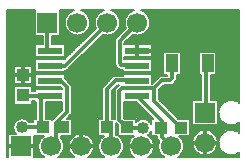
<source format=gtl>
G04 DipTrace 2.4.0.2*
%INSquishyDuino.gtl*%
%MOIN*%
%ADD13C,0.013*%
%ADD14C,0.0061*%
%ADD15R,0.0394X0.0433*%
%ADD16R,0.0669X0.0669*%
%ADD17C,0.0669*%
%ADD18R,0.0433X0.0394*%
%ADD20R,0.0394X0.0591*%
%ADD21R,0.0787X0.0236*%
%ADD22C,0.04*%
%FSLAX44Y44*%
G04*
G70*
G90*
G75*
G01*
%LNTop*%
%LPD*%
X4661Y6188D2*
D13*
Y6169D1*
X5560D1*
X9628Y7246D2*
Y6746D1*
X9566Y6683D1*
X9300D1*
X9036Y6419D1*
Y5982D1*
X9911Y5107D1*
X9036Y6419D2*
X7973D1*
X7871Y6317D1*
Y5377D1*
X8128Y5121D1*
Y5107D1*
X8661D1*
X4628Y5121D2*
Y5044D1*
Y5121D2*
X5315D1*
X5253D1*
Y6169D1*
X5560D1*
X8473Y8607D2*
Y8591D1*
X7878Y7996D1*
Y7246D1*
X7940Y7183D1*
X8460D1*
X8473Y7169D1*
X7473Y8607D2*
X7489D1*
X6051Y7169D1*
X5560D1*
X5473Y8607D2*
Y7756D1*
X5560Y7669D1*
X5598Y4482D2*
X5753D1*
Y5044D1*
Y5263D1*
X6128Y5638D1*
Y6456D1*
X5915Y6669D1*
X5560D1*
X5753Y5044D2*
X5829Y5121D1*
X5985D1*
X7598Y4482D2*
Y5231D1*
X7487Y5121D1*
X7459D1*
Y6389D1*
X7753Y6683D1*
X8487D1*
X8473Y6669D1*
X9598Y4482D2*
X9286Y4794D1*
Y5089D1*
Y5338D1*
X8454Y6169D1*
X8473D1*
X9286Y5089D2*
X9268Y5107D1*
X9242D1*
X10724Y5609D2*
X10753D1*
Y7190D1*
X10809Y7246D1*
D22*
X8661Y5107D3*
X4628Y5121D3*
D3*
X10941Y8308D3*
Y8808D3*
X9566D3*
Y8308D3*
X11503D3*
Y8808D3*
X11661Y6919D3*
X9065Y8808D3*
Y8308D3*
X4125Y8956D2*
D14*
X5038D1*
X5909D2*
X6217D1*
X6729D2*
X7217D1*
X7729D2*
X8217D1*
X8729D2*
X11867D1*
X4125Y8896D2*
X5038D1*
X5909D2*
X6150D1*
X6796D2*
X7150D1*
X7796D2*
X8150D1*
X8797D2*
X11867D1*
X4125Y8835D2*
X5038D1*
X5909D2*
X6104D1*
X6842D2*
X7104D1*
X7842D2*
X8104D1*
X8842D2*
X11867D1*
X4125Y8775D2*
X5038D1*
X5909D2*
X6072D1*
X6874D2*
X7072D1*
X7874D2*
X8072D1*
X8874D2*
X11867D1*
X4125Y8715D2*
X5038D1*
X5909D2*
X6052D1*
X6894D2*
X7052D1*
X7894D2*
X8052D1*
X8894D2*
X11867D1*
X4125Y8655D2*
X5038D1*
X5909D2*
X6040D1*
X6906D2*
X7040D1*
X7906D2*
X8040D1*
X8906D2*
X11867D1*
X4125Y8595D2*
X5038D1*
X5909D2*
X6038D1*
X6908D2*
X7038D1*
X7909D2*
X8038D1*
X8909D2*
X11867D1*
X4125Y8535D2*
X5038D1*
X5909D2*
X6044D1*
X6902D2*
X7044D1*
X7902D2*
X8044D1*
X8902D2*
X11867D1*
X4125Y8475D2*
X5038D1*
X5909D2*
X6059D1*
X6888D2*
X7059D1*
X7888D2*
X8059D1*
X8887D2*
X11867D1*
X4125Y8415D2*
X5038D1*
X5909D2*
X6084D1*
X6863D2*
X7065D1*
X7863D2*
X8065D1*
X8863D2*
X11867D1*
X4125Y8355D2*
X5038D1*
X5909D2*
X6120D1*
X6826D2*
X7005D1*
X7826D2*
X8006D1*
X8826D2*
X11867D1*
X4125Y8295D2*
X5038D1*
X5909D2*
X6173D1*
X6773D2*
X6945D1*
X7773D2*
X7945D1*
X8773D2*
X11867D1*
X4125Y8234D2*
X5038D1*
X5909D2*
X6254D1*
X6692D2*
X6885D1*
X7692D2*
X7885D1*
X8692D2*
X11867D1*
X4125Y8174D2*
X5307D1*
X5639D2*
X6824D1*
X7288D2*
X7825D1*
X8289D2*
X11867D1*
X4125Y8114D2*
X5307D1*
X5639D2*
X6765D1*
X7228D2*
X7765D1*
X8228D2*
X11867D1*
X4125Y8054D2*
X5307D1*
X5639D2*
X6704D1*
X7168D2*
X7724D1*
X8168D2*
X11867D1*
X4125Y7994D2*
X5307D1*
X5639D2*
X6645D1*
X7107D2*
X7712D1*
X8108D2*
X11867D1*
X4125Y7934D2*
X5307D1*
X5639D2*
X6585D1*
X7048D2*
X7712D1*
X8048D2*
X11867D1*
X4125Y7874D2*
X5065D1*
X6055D2*
X6524D1*
X6987D2*
X7712D1*
X8968D2*
X11867D1*
X4125Y7814D2*
X5065D1*
X6055D2*
X6465D1*
X6927D2*
X7712D1*
X8968D2*
X11867D1*
X4125Y7754D2*
X5065D1*
X6055D2*
X6404D1*
X6867D2*
X7712D1*
X8968D2*
X11867D1*
X4125Y7693D2*
X5065D1*
X6055D2*
X6344D1*
X6807D2*
X7712D1*
X8968D2*
X11867D1*
X4125Y7633D2*
X5065D1*
X6055D2*
X6284D1*
X6747D2*
X7712D1*
X8968D2*
X9331D1*
X9926D2*
X10511D1*
X11106D2*
X11867D1*
X4125Y7573D2*
X5065D1*
X6055D2*
X6224D1*
X6687D2*
X7712D1*
X8968D2*
X9331D1*
X9926D2*
X10511D1*
X11106D2*
X11867D1*
X4125Y7513D2*
X5065D1*
X6055D2*
X6163D1*
X6627D2*
X7712D1*
X8968D2*
X9331D1*
X9926D2*
X10511D1*
X11106D2*
X11867D1*
X4125Y7453D2*
X6104D1*
X6567D2*
X7712D1*
X8044D2*
X9331D1*
X9926D2*
X10511D1*
X11106D2*
X11867D1*
X4125Y7393D2*
X6043D1*
X6507D2*
X7712D1*
X8044D2*
X9331D1*
X9926D2*
X10511D1*
X11106D2*
X11867D1*
X4125Y7333D2*
X5065D1*
X6446D2*
X7712D1*
X8968D2*
X9331D1*
X9926D2*
X10511D1*
X11106D2*
X11867D1*
X4125Y7273D2*
X5065D1*
X6387D2*
X7712D1*
X8968D2*
X9331D1*
X9926D2*
X10511D1*
X11106D2*
X11867D1*
X4125Y7213D2*
X5065D1*
X6326D2*
X7716D1*
X8968D2*
X9331D1*
X9926D2*
X10511D1*
X11106D2*
X11867D1*
X4125Y7153D2*
X4363D1*
X4959D2*
X5065D1*
X6267D2*
X7742D1*
X8968D2*
X9331D1*
X9926D2*
X10511D1*
X11106D2*
X11867D1*
X4125Y7092D2*
X4363D1*
X4959D2*
X5065D1*
X6206D2*
X7799D1*
X8968D2*
X9331D1*
X9926D2*
X10511D1*
X11106D2*
X11867D1*
X4125Y7032D2*
X4363D1*
X4959D2*
X5065D1*
X6139D2*
X7882D1*
X8968D2*
X9331D1*
X9926D2*
X10511D1*
X11106D2*
X11867D1*
X4125Y6972D2*
X4363D1*
X4959D2*
X5065D1*
X6055D2*
X7979D1*
X8968D2*
X9331D1*
X9926D2*
X10511D1*
X11106D2*
X11867D1*
X4125Y6912D2*
X4363D1*
X4959D2*
X9331D1*
X9926D2*
X10511D1*
X11106D2*
X11867D1*
X4125Y6852D2*
X4363D1*
X4959D2*
X5065D1*
X6055D2*
X7979D1*
X8968D2*
X9462D1*
X9793D2*
X10587D1*
X10919D2*
X11867D1*
X4125Y6792D2*
X4363D1*
X4959D2*
X5065D1*
X6055D2*
X7631D1*
X8968D2*
X9176D1*
X9793D2*
X10587D1*
X10919D2*
X11867D1*
X4125Y6732D2*
X4363D1*
X4959D2*
X5065D1*
X6083D2*
X7570D1*
X8968D2*
X9117D1*
X9793D2*
X10587D1*
X10919D2*
X11867D1*
X4125Y6672D2*
X4363D1*
X4959D2*
X5065D1*
X6144D2*
X7510D1*
X8968D2*
X9057D1*
X9775D2*
X10587D1*
X10919D2*
X11867D1*
X4125Y6612D2*
X4363D1*
X4959D2*
X5065D1*
X6204D2*
X7450D1*
X8968D2*
X8996D1*
X9725D2*
X10587D1*
X10919D2*
X11867D1*
X4125Y6551D2*
X4363D1*
X4959D2*
X5065D1*
X6262D2*
X7390D1*
X9662D2*
X10587D1*
X10919D2*
X11867D1*
X4125Y6491D2*
X4363D1*
X4959D2*
X5065D1*
X6290D2*
X7330D1*
X7792D2*
X7814D1*
X9339D2*
X10587D1*
X10919D2*
X11867D1*
X4125Y6431D2*
X4363D1*
X4959D2*
X5921D1*
X6294D2*
X7298D1*
X7733D2*
X7754D1*
X9279D2*
X10587D1*
X10919D2*
X11867D1*
X4125Y6371D2*
X4363D1*
X4959D2*
X5065D1*
X6294D2*
X7293D1*
X7673D2*
X7715D1*
X9219D2*
X10587D1*
X10919D2*
X11867D1*
X4125Y6311D2*
X4363D1*
X6294D2*
X7293D1*
X7625D2*
X7705D1*
X9201D2*
X10587D1*
X10919D2*
X11867D1*
X4125Y6251D2*
X4363D1*
X6294D2*
X7293D1*
X7625D2*
X7705D1*
X9201D2*
X10587D1*
X10919D2*
X11867D1*
X4125Y6191D2*
X4363D1*
X6294D2*
X7293D1*
X7625D2*
X7705D1*
X9201D2*
X10587D1*
X10919D2*
X11867D1*
X4125Y6131D2*
X4363D1*
X6294D2*
X7293D1*
X7625D2*
X7705D1*
X9201D2*
X10587D1*
X10919D2*
X11867D1*
X4125Y6071D2*
X4363D1*
X6294D2*
X7293D1*
X7625D2*
X7705D1*
X9201D2*
X10587D1*
X10919D2*
X11867D1*
X4125Y6011D2*
X4363D1*
X6294D2*
X7293D1*
X7625D2*
X7705D1*
X9239D2*
X10289D1*
X11160D2*
X11451D1*
X11748D2*
X11867D1*
X4125Y5950D2*
X4363D1*
X4959D2*
X5087D1*
X5418D2*
X5963D1*
X6294D2*
X7293D1*
X7625D2*
X7705D1*
X8037D2*
X8441D1*
X9299D2*
X10289D1*
X11160D2*
X11339D1*
X4125Y5890D2*
X4363D1*
X4959D2*
X5087D1*
X5418D2*
X5963D1*
X6294D2*
X7293D1*
X7625D2*
X7705D1*
X8037D2*
X8502D1*
X9359D2*
X10289D1*
X11160D2*
X11273D1*
X4125Y5830D2*
X5087D1*
X5418D2*
X5963D1*
X6294D2*
X7293D1*
X7625D2*
X7705D1*
X8037D2*
X8561D1*
X9419D2*
X10289D1*
X11160D2*
X11229D1*
X4125Y5770D2*
X5087D1*
X5418D2*
X5963D1*
X6294D2*
X7293D1*
X7625D2*
X7705D1*
X8037D2*
X8622D1*
X9480D2*
X10289D1*
X11160D2*
X11199D1*
X4125Y5710D2*
X5087D1*
X5418D2*
X5963D1*
X6294D2*
X7293D1*
X7625D2*
X7705D1*
X8037D2*
X8682D1*
X9539D2*
X10289D1*
X11160D2*
X11179D1*
X4125Y5650D2*
X5087D1*
X5418D2*
X5908D1*
X6294D2*
X7293D1*
X7625D2*
X7705D1*
X8037D2*
X8742D1*
X9600D2*
X10289D1*
X4125Y5590D2*
X5087D1*
X5418D2*
X5848D1*
X6286D2*
X7293D1*
X7625D2*
X7705D1*
X8037D2*
X8802D1*
X9659D2*
X10289D1*
X4125Y5530D2*
X5087D1*
X5418D2*
X5788D1*
X6251D2*
X7293D1*
X7625D2*
X7705D1*
X8037D2*
X8862D1*
X9719D2*
X10289D1*
X4125Y5470D2*
X5087D1*
X5418D2*
X5728D1*
X6191D2*
X7293D1*
X7625D2*
X7705D1*
X8037D2*
X8922D1*
X9780D2*
X10289D1*
X11160D2*
X11192D1*
X4125Y5409D2*
X4565D1*
X4691D2*
X4998D1*
X5632D2*
X5668D1*
X6302D2*
X7141D1*
X8445D2*
X8983D1*
X9839D2*
X10289D1*
X11160D2*
X11218D1*
X4125Y5349D2*
X4437D1*
X4820D2*
X4998D1*
X6302D2*
X7141D1*
X8445D2*
X8487D1*
X8834D2*
X8924D1*
X10228D2*
X10289D1*
X11160D2*
X11256D1*
X4125Y5289D2*
X4380D1*
X4875D2*
X4998D1*
X6302D2*
X7141D1*
X8898D2*
X8925D1*
X10228D2*
X10289D1*
X11160D2*
X11313D1*
X4125Y5229D2*
X4349D1*
X6302D2*
X7141D1*
X10228D2*
X10289D1*
X11160D2*
X11402D1*
X11797D2*
X11867D1*
X4125Y5169D2*
X4331D1*
X6302D2*
X7141D1*
X7776D2*
X7811D1*
X10228D2*
X11867D1*
X4125Y5109D2*
X4327D1*
X6302D2*
X7141D1*
X7776D2*
X7811D1*
X10228D2*
X11867D1*
X4125Y5049D2*
X4336D1*
X6302D2*
X7141D1*
X7776D2*
X7811D1*
X10228D2*
X11867D1*
X4125Y4989D2*
X4358D1*
X6302D2*
X7141D1*
X7776D2*
X7811D1*
X10228D2*
X10518D1*
X10931D2*
X11400D1*
X11799D2*
X11867D1*
X4125Y4929D2*
X4398D1*
X6302D2*
X7141D1*
X7776D2*
X7811D1*
X8901D2*
X8924D1*
X10228D2*
X10432D1*
X11017D2*
X11312D1*
X4125Y4869D2*
X4163D1*
X6302D2*
X6406D1*
X6790D2*
X7141D1*
X7790D2*
X7811D1*
X8839D2*
X8924D1*
X10228D2*
X10376D1*
X11073D2*
X11256D1*
X4125Y4808D2*
X4163D1*
X5034D2*
X5314D1*
X5918D2*
X6314D1*
X6882D2*
X7314D1*
X7882D2*
X8314D1*
X8882D2*
X9120D1*
X9883D2*
X10338D1*
X11111D2*
X11217D1*
X4125Y4748D2*
X4163D1*
X5034D2*
X5255D1*
X5940D2*
X6255D1*
X6940D2*
X7255D1*
X7940D2*
X8255D1*
X8940D2*
X9127D1*
X9940D2*
X10313D1*
X11137D2*
X11191D1*
X4125Y4688D2*
X4163D1*
X5034D2*
X5216D1*
X5980D2*
X6216D1*
X6981D2*
X7216D1*
X7981D2*
X8216D1*
X8981D2*
X9160D1*
X9980D2*
X10296D1*
X11152D2*
X11175D1*
X4125Y4628D2*
X4163D1*
X5034D2*
X5188D1*
X6008D2*
X6188D1*
X7008D2*
X7188D1*
X8007D2*
X8188D1*
X9007D2*
X9189D1*
X10007D2*
X10290D1*
X4125Y4568D2*
X4163D1*
X5034D2*
X5172D1*
X6025D2*
X6172D1*
X7025D2*
X7172D1*
X8025D2*
X8172D1*
X9025D2*
X9172D1*
X10025D2*
X10292D1*
X4125Y4508D2*
X4163D1*
X5034D2*
X5163D1*
X6033D2*
X6163D1*
X7032D2*
X7163D1*
X8032D2*
X8163D1*
X9032D2*
X9164D1*
X10032D2*
X10301D1*
X11147D2*
X11180D1*
X4125Y4448D2*
X4163D1*
X5034D2*
X5164D1*
X6032D2*
X6164D1*
X7031D2*
X7164D1*
X8031D2*
X8164D1*
X9032D2*
X9164D1*
X10032D2*
X10320D1*
X11128D2*
X11199D1*
X4125Y4388D2*
X4163D1*
X5034D2*
X5173D1*
X6023D2*
X6173D1*
X7023D2*
X7173D1*
X8023D2*
X8173D1*
X9023D2*
X9174D1*
X10023D2*
X10351D1*
X11098D2*
X11230D1*
X4125Y4328D2*
X4163D1*
X5034D2*
X5191D1*
X6005D2*
X6191D1*
X7005D2*
X7191D1*
X8005D2*
X8191D1*
X9005D2*
X9191D1*
X10004D2*
X10394D1*
X11054D2*
X11274D1*
X4125Y4267D2*
X4163D1*
X5034D2*
X5220D1*
X5976D2*
X6220D1*
X6976D2*
X7220D1*
X7976D2*
X8220D1*
X8976D2*
X9220D1*
X9976D2*
X10459D1*
X10990D2*
X11340D1*
X4125Y4207D2*
X4163D1*
X5034D2*
X5262D1*
X5935D2*
X6262D1*
X6935D2*
X7262D1*
X7935D2*
X8262D1*
X8934D2*
X9262D1*
X9934D2*
X10568D1*
X10881D2*
X11454D1*
X11745D2*
X11867D1*
X4125Y4147D2*
X4163D1*
X5034D2*
X5323D1*
X5873D2*
X6323D1*
X6873D2*
X7322D1*
X7873D2*
X8322D1*
X8873D2*
X9323D1*
X9873D2*
X11867D1*
X4376Y7168D2*
X4952D1*
Y6546D1*
X4369D1*
Y7168D1*
X4376D1*
X4400Y6499D2*
X4952D1*
Y6329D1*
X5072D1*
Y6382D1*
X5969D1*
X5950Y6408D1*
X5902Y6456D1*
X5072Y6457D1*
Y6882D1*
X6048D1*
X6049Y6760D1*
X6241Y6569D1*
X6260Y6545D1*
X6275Y6518D1*
X6284Y6489D1*
X6287Y6456D1*
Y5638D1*
X6284Y5607D1*
X6276Y5578D1*
X6262Y5551D1*
X6241Y5525D1*
X6127Y5412D1*
X6296D1*
Y4829D1*
X5912D1*
Y4774D1*
X5945Y4735D1*
X5977Y4683D1*
X6002Y4627D1*
X6018Y4568D1*
X6026Y4507D1*
Y4451D1*
X6017Y4390D1*
X6000Y4331D1*
X5975Y4276D1*
X5941Y4224D1*
X5901Y4178D1*
X5855Y4138D1*
X5832Y4122D1*
X6363D1*
X6320Y4155D1*
X6285Y4188D1*
X6253Y4226D1*
X6226Y4267D1*
X6204Y4311D1*
X6187Y4357D1*
X6176Y4405D1*
X6170Y4454D1*
X6169Y4503D1*
X6174Y4552D1*
X6185Y4599D1*
X6201Y4646D1*
X6223Y4690D1*
X6249Y4732D1*
X6280Y4770D1*
X6315Y4804D1*
X6354Y4834D1*
X6395Y4860D1*
X6440Y4881D1*
X6487Y4896D1*
X6535Y4906D1*
X6584Y4911D1*
X6633Y4909D1*
X6681Y4903D1*
X6729Y4890D1*
X6775Y4873D1*
X6818Y4850D1*
X6859Y4822D1*
X6896Y4790D1*
X6929Y4754D1*
X6958Y4715D1*
X6983Y4672D1*
X7002Y4627D1*
X7016Y4580D1*
X7024Y4531D1*
X7027Y4482D1*
X7024Y4433D1*
X7016Y4384D1*
X7002Y4337D1*
X6983Y4292D1*
X6959Y4249D1*
X6930Y4209D1*
X6897Y4173D1*
X6859Y4141D1*
X6832Y4122D1*
X7365D1*
X7315Y4159D1*
X7272Y4202D1*
X7236Y4251D1*
X7207Y4305D1*
X7185Y4363D1*
X7173Y4423D1*
X7169Y4484D1*
X7174Y4545D1*
X7187Y4605D1*
X7209Y4663D1*
X7239Y4716D1*
X7276Y4765D1*
X7320Y4808D1*
X7346Y4829D1*
X7147D1*
Y5412D1*
X7300D1*
X7299Y5520D1*
Y6389D1*
X7302Y6419D1*
X7311Y6449D1*
X7325Y6476D1*
X7346Y6502D1*
X7640Y6796D1*
X7664Y6815D1*
X7691Y6830D1*
X7720Y6839D1*
X7753Y6843D1*
X7986D1*
X7985Y6882D1*
X8962D1*
Y6578D1*
X8988Y6597D1*
X9187Y6796D1*
X9210Y6815D1*
X9237Y6830D1*
X9267Y6839D1*
X9300Y6843D1*
X9469D1*
X9459Y6856D1*
X9337D1*
Y7635D1*
X9919D1*
Y6856D1*
X9788D1*
Y6746D1*
X9785Y6715D1*
X9776Y6686D1*
X9762Y6658D1*
X9741Y6633D1*
X9678Y6570D1*
X9655Y6551D1*
X9628Y6536D1*
X9598Y6527D1*
X9566Y6523D1*
X9365D1*
X9196Y6354D1*
X9195Y6048D1*
X9845Y5398D1*
X10222D1*
Y4815D1*
X9868D1*
X9905Y4782D1*
X9945Y4735D1*
X9977Y4683D1*
X10002Y4627D1*
X10018Y4568D1*
X10026Y4507D1*
Y4451D1*
X10017Y4390D1*
X10000Y4331D1*
X9975Y4276D1*
X9941Y4224D1*
X9901Y4178D1*
X9855Y4138D1*
X9832Y4122D1*
X11795D1*
X11873D1*
Y4284D1*
X11826Y4249D1*
X11772Y4220D1*
X11714Y4199D1*
X11654Y4187D1*
X11593Y4184D1*
X11531Y4189D1*
X11472Y4203D1*
X11415Y4226D1*
X11361Y4256D1*
X11313Y4294D1*
X11271Y4339D1*
X11235Y4389D1*
X11207Y4443D1*
X11188Y4502D1*
X11176Y4562D1*
X11174Y4623D1*
X11180Y4684D1*
X11195Y4744D1*
X11219Y4800D1*
X11250Y4853D1*
X11289Y4901D1*
X11334Y4942D1*
X11385Y4977D1*
X11440Y5004D1*
X11498Y5023D1*
X11559Y5033D1*
X11620Y5035D1*
X11681Y5027D1*
X11740Y5011D1*
X11796Y4987D1*
X11849Y4955D1*
X11874Y4935D1*
X11873Y5284D1*
X11826Y5249D1*
X11772Y5220D1*
X11714Y5199D1*
X11654Y5187D1*
X11593Y5184D1*
X11531Y5189D1*
X11472Y5203D1*
X11415Y5226D1*
X11361Y5256D1*
X11313Y5294D1*
X11271Y5339D1*
X11235Y5389D1*
X11207Y5443D1*
X11188Y5502D1*
X11176Y5562D1*
X11174Y5623D1*
X11180Y5684D1*
X11195Y5744D1*
X11219Y5800D1*
X11250Y5853D1*
X11289Y5901D1*
X11334Y5942D1*
X11385Y5977D1*
X11440Y6004D1*
X11498Y6023D1*
X11559Y6033D1*
X11620Y6035D1*
X11681Y6027D1*
X11740Y6011D1*
X11796Y5987D1*
X11849Y5955D1*
X11874Y5935D1*
X11873Y9016D1*
X8604D1*
X8655Y8996D1*
X8709Y8966D1*
X8758Y8928D1*
X8801Y8884D1*
X8837Y8835D1*
X8866Y8781D1*
X8886Y8723D1*
X8899Y8663D1*
X8902Y8607D1*
X8898Y8546D1*
X8885Y8486D1*
X8863Y8428D1*
X8834Y8375D1*
X8797Y8325D1*
X8754Y8282D1*
X8704Y8245D1*
X8650Y8216D1*
X8593Y8195D1*
X8533Y8182D1*
X8472Y8178D1*
X8411Y8182D1*
X8351Y8196D1*
X8315Y8208D1*
X8037Y7929D1*
Y7881D1*
X8089Y7882D1*
X8962D1*
Y7457D1*
X8037D1*
Y7382D1*
X8962D1*
Y6957D1*
X7985D1*
Y7023D1*
X7940D1*
X7910Y7026D1*
X7880Y7035D1*
X7853Y7049D1*
X7828Y7070D1*
X7765Y7133D1*
X7746Y7156D1*
X7731Y7183D1*
X7722Y7213D1*
X7718Y7246D1*
Y7996D1*
X7721Y8026D1*
X7730Y8055D1*
X7744Y8083D1*
X7765Y8108D1*
X8083Y8427D1*
X8061Y8488D1*
X8048Y8549D1*
X8044Y8610D1*
X8049Y8671D1*
X8062Y8731D1*
X8084Y8788D1*
X8114Y8842D1*
X8151Y8891D1*
X8195Y8934D1*
X8244Y8970D1*
X8298Y8999D1*
X8342Y9016D1*
X7604D1*
X7655Y8996D1*
X7709Y8966D1*
X7758Y8928D1*
X7801Y8884D1*
X7837Y8835D1*
X7866Y8781D1*
X7886Y8723D1*
X7899Y8663D1*
X7902Y8607D1*
X7898Y8546D1*
X7885Y8486D1*
X7863Y8428D1*
X7834Y8375D1*
X7797Y8325D1*
X7754Y8282D1*
X7704Y8245D1*
X7650Y8216D1*
X7593Y8195D1*
X7533Y8182D1*
X7472Y8178D1*
X7411Y8182D1*
X7351Y8196D1*
X7315Y8208D1*
X6164Y7057D1*
X6141Y7037D1*
X6114Y7022D1*
X6084Y7013D1*
X6049Y7010D1*
X6048Y6957D1*
X5072D1*
Y7382D1*
X6038D1*
X7083Y8427D1*
X7061Y8488D1*
X7048Y8549D1*
X7044Y8610D1*
X7049Y8671D1*
X7062Y8731D1*
X7084Y8788D1*
X7114Y8842D1*
X7151Y8891D1*
X7195Y8934D1*
X7244Y8970D1*
X7298Y8999D1*
X7344Y9016D1*
X6604D1*
X6655Y8996D1*
X6709Y8966D1*
X6758Y8928D1*
X6801Y8884D1*
X6837Y8835D1*
X6866Y8781D1*
X6886Y8723D1*
X6899Y8663D1*
X6902Y8607D1*
X6898Y8546D1*
X6885Y8486D1*
X6863Y8428D1*
X6834Y8375D1*
X6797Y8325D1*
X6754Y8282D1*
X6704Y8245D1*
X6650Y8216D1*
X6593Y8195D1*
X6533Y8182D1*
X6472Y8178D1*
X6411Y8182D1*
X6351Y8196D1*
X6293Y8217D1*
X6239Y8247D1*
X6190Y8284D1*
X6147Y8328D1*
X6111Y8377D1*
X6082Y8431D1*
X6061Y8488D1*
X6048Y8549D1*
X6044Y8610D1*
X6049Y8671D1*
X6062Y8731D1*
X6084Y8788D1*
X6114Y8842D1*
X6151Y8891D1*
X6195Y8934D1*
X6244Y8970D1*
X6298Y8999D1*
X6344Y9016D1*
X5901D1*
X5902Y8883D1*
Y8178D1*
X5633Y8177D1*
Y7883D1*
X6048Y7882D1*
Y7457D1*
X5072D1*
Y7882D1*
X5314D1*
Y8094D1*
Y8177D1*
X5044Y8178D1*
Y9015D1*
X4534Y9016D1*
X4118D1*
Y4122D1*
X4169D1*
Y4911D1*
X4421D1*
X4392Y4945D1*
X4375Y4970D1*
X4360Y4997D1*
X4349Y5026D1*
X4341Y5055D1*
X4335Y5086D1*
X4333Y5116D1*
X4335Y5147D1*
X4339Y5177D1*
X4346Y5207D1*
X4357Y5236D1*
X4370Y5264D1*
X4387Y5290D1*
X4406Y5314D1*
X4427Y5336D1*
X4450Y5356D1*
X4476Y5373D1*
X4503Y5387D1*
X4531Y5399D1*
X4561Y5407D1*
X4591Y5413D1*
X4622Y5415D1*
X4652Y5414D1*
X4683Y5410D1*
X4713Y5403D1*
X4741Y5392D1*
X4769Y5379D1*
X4795Y5363D1*
X4820Y5344D1*
X4842Y5323D1*
X4875Y5280D1*
X5005D1*
X5004Y5412D1*
X5094D1*
X5093Y5956D1*
X5072Y5957D1*
Y6009D1*
X4952Y6010D1*
Y5876D1*
X4369D1*
Y6499D1*
X4400D1*
X5027Y4829D2*
Y4122D1*
X5363D1*
X5315Y4159D1*
X5272Y4202D1*
X5236Y4251D1*
X5207Y4305D1*
X5185Y4363D1*
X5173Y4423D1*
X5169Y4484D1*
X5174Y4545D1*
X5187Y4605D1*
X5209Y4663D1*
X5239Y4716D1*
X5276Y4765D1*
X5320Y4808D1*
X5346Y4829D1*
X5027D1*
X8026Y4451D2*
X8017Y4390D1*
X8000Y4331D1*
X7975Y4276D1*
X7941Y4224D1*
X7901Y4178D1*
X7855Y4138D1*
X7834Y4122D1*
X8365D1*
X8339Y4139D1*
X8302Y4171D1*
X8268Y4207D1*
X8239Y4246D1*
X8214Y4289D1*
X8195Y4334D1*
X8181Y4381D1*
X8172Y4429D1*
X8169Y4478D1*
X8171Y4527D1*
X8179Y4576D1*
X8193Y4623D1*
X8211Y4668D1*
X8235Y4711D1*
X8264Y4751D1*
X8297Y4788D1*
X8334Y4820D1*
X8346Y4829D1*
X7849D1*
X7883Y4803D1*
X7926Y4759D1*
X7962Y4709D1*
X7990Y4655D1*
X8011Y4598D1*
X8024Y4537D1*
X8027Y4482D1*
X8026Y4451D1*
X7769Y4875D2*
X7817Y4851D1*
Y5206D1*
X7770Y5253D1*
Y4876D1*
X9027Y4475D2*
X9024Y4426D1*
X9015Y4378D1*
X9000Y4331D1*
X8980Y4286D1*
X8955Y4244D1*
X8926Y4205D1*
X8892Y4169D1*
X8855Y4138D1*
X8832Y4122D1*
X9365D1*
X9315Y4159D1*
X9272Y4202D1*
X9236Y4251D1*
X9207Y4305D1*
X9185Y4363D1*
X9173Y4423D1*
X9169Y4484D1*
X9174Y4545D1*
X9187Y4605D1*
X9204Y4651D1*
X9173Y4681D1*
X9154Y4705D1*
X9139Y4732D1*
X9130Y4761D1*
X9126Y4794D1*
Y4816D1*
X8930Y4815D1*
Y4988D1*
X8916Y4960D1*
X8900Y4934D1*
X8880Y4910D1*
X8859Y4889D1*
X8812Y4854D1*
X8854Y4826D1*
X8892Y4795D1*
X8926Y4759D1*
X8955Y4720D1*
X8980Y4677D1*
X9000Y4633D1*
X9014Y4586D1*
X9024Y4537D1*
X9027Y4488D1*
Y4475D1*
X10326Y6039D2*
X10594D1*
Y6856D1*
X10518D1*
Y7635D1*
X11101D1*
Y6856D1*
X10913D1*
Y6729D1*
Y6039D1*
X11154D1*
Y5180D1*
X10295D1*
Y6039D1*
X10326D1*
X11154Y4603D2*
X11150Y4554D1*
X11141Y4506D1*
X11126Y4459D1*
X11107Y4414D1*
X11082Y4372D1*
X11052Y4333D1*
X11019Y4297D1*
X10981Y4265D1*
X10940Y4238D1*
X10896Y4216D1*
X10850Y4199D1*
X10802Y4187D1*
X10754Y4181D1*
X10705D1*
X10656Y4186D1*
X10608Y4196D1*
X10561Y4212D1*
X10517Y4234D1*
X10476Y4260D1*
X10437Y4290D1*
X10403Y4325D1*
X10372Y4364D1*
X10347Y4406D1*
X10326Y4450D1*
X10310Y4497D1*
X10300Y4545D1*
X10295Y4594D1*
X10296Y4643D1*
X10303Y4692D1*
X10315Y4739D1*
X10333Y4785D1*
X10355Y4829D1*
X10383Y4869D1*
X10415Y4907D1*
X10451Y4940D1*
X10490Y4969D1*
X10533Y4994D1*
X10578Y5013D1*
X10625Y5027D1*
X10673Y5036D1*
X10722Y5039D1*
X10771Y5036D1*
X10820Y5028D1*
X10867Y5014D1*
X10912Y4995D1*
X10955Y4971D1*
X10995Y4943D1*
X11031Y4910D1*
X11064Y4873D1*
X11091Y4832D1*
X11114Y4789D1*
X11132Y4743D1*
X11145Y4696D1*
X11152Y4647D1*
X11154Y4603D1*
X8961Y5398D2*
X8999Y5399D1*
X8440Y5957D1*
X8030D1*
X8031Y5887D1*
Y5443D1*
X8062Y5412D1*
X8439D1*
Y5300D1*
X8460Y5322D1*
X8483Y5342D1*
X8509Y5359D1*
X8536Y5374D1*
X8564Y5385D1*
X8594Y5394D1*
X8624Y5399D1*
X8655Y5401D1*
X8685Y5400D1*
X8716Y5396D1*
X8745Y5389D1*
X8774Y5379D1*
X8802Y5365D1*
X8828Y5349D1*
X8852Y5331D1*
X8875Y5309D1*
X8895Y5286D1*
X8912Y5261D1*
X8931Y5224D1*
X8930Y5398D1*
X8961D1*
X7619Y5412D2*
X7713D1*
X7712Y5592D1*
Y6317D1*
X7715Y6348D1*
X7723Y6377D1*
X7738Y6404D1*
X7759Y6430D1*
X7852Y6524D1*
X7818D1*
X7618Y6323D1*
Y5413D1*
X5412Y5412D2*
X5627D1*
Y5359D1*
X5640Y5376D1*
X5968Y5704D1*
Y5958D1*
X5833Y5957D1*
X5412D1*
Y5494D1*
Y5412D1*
X4421Y4911D2*
X4392Y4945D1*
X4375Y4970D1*
X4360Y4997D1*
X4349Y5026D1*
X4341Y5055D1*
X4335Y5086D1*
X4333Y5116D1*
X4335Y5147D1*
X4339Y5177D1*
X4346Y5207D1*
X4357Y5236D1*
X4370Y5264D1*
X4387Y5290D1*
X4406Y5314D1*
X4427Y5336D1*
X4450Y5356D1*
X4476Y5373D1*
X4503Y5387D1*
X4531Y5399D1*
X4561Y5407D1*
X4591Y5413D1*
X4622Y5415D1*
X4652Y5414D1*
X4683Y5410D1*
X4713Y5403D1*
X4741Y5392D1*
X4769Y5379D1*
X4795Y5363D1*
X4820Y5344D1*
X4842Y5323D1*
X4875Y5280D1*
X4661Y7168D2*
D13*
Y6546D1*
X4369Y6857D2*
X4952D1*
X4169Y4482D2*
X5027D1*
X6598Y4911D2*
Y4482D1*
X6169D2*
X7027D1*
X8169D2*
X9027D1*
X10724Y5039D2*
Y4180D1*
X10295Y4609D2*
X11154D1*
X8473Y7882D2*
Y7457D1*
Y7669D2*
X8961D1*
D15*
X4661Y6857D3*
Y6188D3*
D16*
X4598Y4482D3*
D17*
X5598D3*
X6598D3*
X7598D3*
X8598D3*
X9598D3*
D16*
X10724Y5609D3*
D17*
Y4609D3*
D16*
X5473Y8607D3*
D17*
X6473D3*
X7473D3*
X8473D3*
D18*
X9911Y5107D3*
X9242D3*
X8128Y5121D3*
X7459D3*
X5315D3*
X5985D3*
D20*
X9628Y7246D3*
G36*
X10415Y6950D2*
Y7620D1*
X10652Y7856D1*
Y8722D1*
X10415Y8958D1*
X10022D1*
X9786Y8722D1*
Y7856D1*
X10022Y7620D1*
Y6950D1*
X10415D1*
G37*
D20*
X10809Y7246D3*
D21*
X8473Y6169D3*
Y6669D3*
Y7169D3*
Y7669D3*
X5560D3*
Y7169D3*
Y6669D3*
Y6169D3*
M02*

</source>
